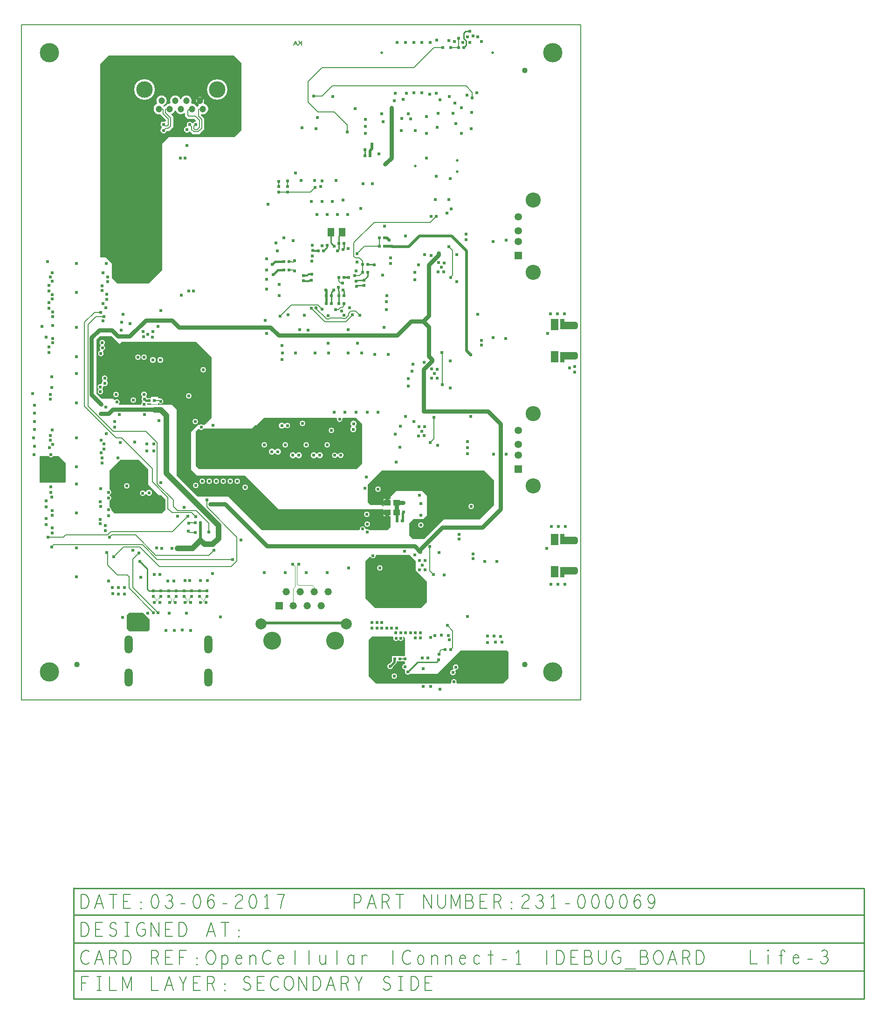
<source format=gbr>
G04 ================== begin FILE IDENTIFICATION RECORD ==================*
G04 Layout Name:  OC_Connect-1_DEBUG_Life-3.brd*
G04 Film Name:    L6.gbr*
G04 File Format:  Gerber RS274X*
G04 File Origin:  Cadence Allegro 16.6-2015-S065*
G04 Origin Date:  Mon Mar 06 16:55:42 2017*
G04 *
G04 Layer:  DRAWING FORMAT/L6*
G04 Layer:  VIA CLASS/BOTTOM*
G04 Layer:  PIN/BOTTOM*
G04 Layer:  ETCH/BOTTOM*
G04 Layer:  DRAWING FORMAT/FILM_LABEL_OUTLINE*
G04 Layer:  BOARD GEOMETRY/OUTLINE*
G04 *
G04 Offset:    (0.000 0.000)*
G04 Mirror:    No*
G04 Mode:      Positive*
G04 Rotation:  0*
G04 FullContactRelief:  No*
G04 UndefLineWidth:     6.000*
G04 ================== end FILE IDENTIFICATION RECORD ====================*
%FSLAX25Y25*MOIN*%
%IR0*IPPOS*OFA0.00000B0.00000*MIA0B0*SFA1.00000B1.00000*%
%AMMACRO28*
4,1,23,-.062008,.035925,
.050071,.035925,
.052666,.035031,
.055067,.0337,
.0572,.031973,
.059001,.029901,
.060415,.027548,
.061398,.024985,
.061922,.022291,
.062008,.020645,
.062008,.000397,
.061769,-.002338,
.061058,-.004989,
.059898,-.007477,
.058324,-.009726,
.056383,-.011667,
.054134,-.013242,
.051646,-.014402,
.048995,-.015112,
.047984,-.015257,
-.034449,-.015257,
-.034449,-.035926,
-.062008,-.035926,
-.062008,.035925,
0.0*
%
%ADD28MACRO28*%
%ADD14O,.059X.13*%
%AMMACRO32*
4,1,23,-.062008,-.035926,
.050071,-.035926,
.052666,-.035032,
.055067,-.033701,
.0572,-.031974,
.059001,-.029902,
.060415,-.027549,
.061398,-.024986,
.061922,-.022292,
.062008,-.020646,
.062008,-.000398,
.061769,.002337,
.061058,.004988,
.059898,.007476,
.058324,.009725,
.056383,.011666,
.054134,.013241,
.051646,.014401,
.048995,.015111,
.047984,.015256,
-.034449,.015256,
-.034449,.035925,
-.062008,.035925,
-.062008,-.035926,
0.0*
%
%ADD32MACRO32*%
%ADD31C,.108*%
%ADD21C,.128*%
%ADD17C,.11811*%
%ADD12C,.000012*%
%ADD10C,.137795*%
%ADD11C,.04*%
%ADD13C,.024*%
%ADD23R,.051X.059*%
%ADD19C,.052*%
%ADD30C,.053*%
%ADD15R,.021X.021*%
%ADD18R,.052X.052*%
%ADD29R,.053X.053*%
%ADD20C,.079*%
%ADD16C,.047244*%
%ADD24C,.01969*%
%ADD22R,.045276X.043307*%
%ADD25C,.019685*%
%ADD26R,.019685X.023622*%
%ADD27R,.055118X.07874*%
%ADD33C,.006*%
%ADD34C,.008*%
%ADD35C,.0055*%
%ADD36C,.00445*%
%ADD37C,.01*%
%ADD38C,.02*%
%ADD39C,.012*%
%ADD40C,.03*%
%ADD41C,.015*%
%ADD42C,.025*%
%ADD43C,.018*%
%ADD46C,.146114*%
%ADD47C,.148114*%
%ADD44C,.040004*%
%ADD45C,.044004*%
G75*
%LPD*%
G75*
G36*
G01X26500Y174400D02*
X31500Y169400D01*
Y156000D01*
X31000Y155500D01*
X13000D01*
Y174000D01*
X13400Y174400D01*
X19253D01*
G03X22747I1747J975D01*
G01X26500D01*
G37*
G36*
G01X92538Y212150D02*
Y211450D01*
X97638D01*
Y212225D01*
X97956D01*
X98016Y212159D01*
G03X100147Y215393I1484J1341D01*
G01X100103Y215408D01*
X99735Y215775D01*
X97638D01*
Y216550D01*
X92538D01*
Y215850D01*
X89672D01*
G03X89142Y216600I-1854J-750D01*
G02X89109Y217166I265J300D01*
G03X86294Y217001I-1491J1334D01*
G02X86328Y216434I-265J-300D01*
G03X86454Y213637I1491J-1334D01*
G02X86438Y213037I-273J-293D01*
G03X85720Y211417I1280J-1537D01*
G02X85320Y211000I-400J-17D01*
G01X70000D01*
X69518Y211482D01*
X69652Y211624D01*
G03X66824Y214451I-1451J1376D01*
G01X66683Y214318D01*
X65750Y215250D01*
X57253D01*
X53500Y219003D01*
Y257500D01*
X56000Y260000D01*
X64500D01*
X70000Y254500D01*
X71500Y256000D01*
X125000D01*
X136000Y245000D01*
Y201750D01*
X131000Y196750D01*
X129469D01*
G03X127531I-969J-1750D01*
G01X126250D01*
X121200Y191700D01*
Y164800D01*
X125500Y160500D01*
X159900D01*
X184100Y136300D01*
X258890D01*
Y131334D01*
X264100D01*
Y123800D01*
X261800Y121500D01*
X248678D01*
G03X246554Y121976I-1429J-1400D01*
G02X246016Y122331I-139J375D01*
G03X242037Y121955I-1998J-99D01*
G02X241641Y121500I-396J-55D01*
G01X172000D01*
X148000Y145500D01*
X126000D01*
X111000Y160500D01*
Y207500D01*
X107500Y211000D01*
X100950D01*
X95187Y211000D01*
G03X95151Y211000I2J-3500D01*
G01X90116D01*
G02X89717Y211417I0J400D01*
G03X89707Y211708I-1998J83D01*
G02X90105Y212150I398J42D01*
G01X92538D01*
G37*
G36*
G01X91000Y297700D02*
X68500D01*
X64500Y301700D01*
Y312000D01*
X60000Y316500D01*
X56350D01*
Y454840D01*
X62168Y460659D01*
X152033D01*
X157250Y455441D01*
Y407500D01*
X152250Y402500D01*
X105500D01*
X100650Y397650D01*
Y307350D01*
X91000Y297700D01*
G37*
G36*
G01X90418Y48900D02*
X77218D01*
X75318Y50800D01*
Y60800D01*
X77018Y62500D01*
X86718D01*
X91618Y57600D01*
Y50100D01*
X90418Y48900D01*
G37*
G36*
G01X63000Y142545D02*
G03Y146215I-796J1835D01*
G01Y146685D01*
G03Y150355I-796J1835D01*
G01Y163900D01*
X70800Y171700D01*
X83800D01*
X90500Y165000D01*
Y154000D01*
X98000Y146500D01*
X100000D01*
X102975Y143525D01*
Y135975D01*
X100500Y133500D01*
X66500D01*
X64202Y135798D01*
X64204Y135883D01*
G03X63000Y137755I-2000J37D01*
G01Y142545D01*
G37*
G36*
G01X239418Y201600D02*
X243718Y197300D01*
Y169000D01*
X239718Y165000D01*
X127000D01*
X124618Y167382D01*
Y191900D01*
X126415Y193697D01*
G02X126998Y193679I283J-283D01*
G03X130306Y194141I1502J1321D01*
G01X164641D01*
X166800Y196300D01*
X167818D01*
X173118Y201600D01*
X225178D01*
G02X225568Y201111I0J-400D01*
G03X229469I1951J-443D01*
G02X229859Y201600I390J89D01*
G01X239418D01*
G37*
G36*
G01X311094Y12339D02*
G03X307342I-1876J693D01*
G02X306967Y11800I-375J-139D01*
G01X293073D01*
G03X292363I-355J-1969D01*
G01X287573D01*
G03X286863I-355J-1969D01*
G01X253318D01*
X248118Y17000D01*
Y42800D01*
X250618Y45300D01*
X265537D01*
G02X265914Y44767I0J-400D01*
G03X269217Y42688I1886J-667D01*
G02X269783I283J-282D01*
G03X272982Y45009I1417J1412D01*
G02X273160Y45300I178J91D01*
G01X273318D01*
X274318Y44300D01*
Y31698D01*
G02X274127Y31498I-200J0D01*
G03X273068Y31137I91J-1998D01*
G02X272455Y31350I-230J327D01*
G01X264998D01*
Y27640D01*
X263349Y25991D01*
X263282Y25982D01*
G03X265532Y23732I268J-1982D01*
G01X265541Y23799D01*
X268300Y26558D01*
Y27650D01*
X272455D01*
G02X273068Y27863I383J-114D01*
G03X274127Y27502I1150J1637D01*
G02X274318Y27302I-9J-200D01*
G01Y25929D01*
G02X274127Y25730I-200J0D01*
G03Y21733I91J-1998D01*
G02X274318Y21534I-9J-200D01*
G01Y20656D01*
X274309Y20597D01*
X274305Y20583D01*
G03X277647Y18600I1913J-583D01*
G01X297118D01*
X313918Y35400D01*
X347018D01*
X348118Y34300D01*
Y15600D01*
X344318Y11800D01*
X311470D01*
G02X311094Y12339I0J400D01*
G37*
G36*
G01X277700Y103600D02*
X282000Y99300D01*
Y92600D01*
X290018Y84582D01*
Y70200D01*
X285618Y65800D01*
X252818D01*
X245918Y72700D01*
Y99500D01*
X248870Y102452D01*
G02X249514Y102341I283J-283D01*
G03X253321Y103200I1806J859D01*
G02X253721Y103600I400J0D01*
G01X277700D01*
G37*
G36*
G01X247500Y154000D02*
X257500Y164000D01*
X331000D01*
X338000Y157000D01*
Y139500D01*
X327500Y129000D01*
X302000D01*
X288200Y115200D01*
X279700D01*
X277300Y117600D01*
Y126400D01*
X280250Y129350D01*
X287350D01*
X290000Y132000D01*
Y146000D01*
X286500Y149500D01*
X268000D01*
X264000Y145500D01*
Y143666D01*
X258890D01*
Y138500D01*
X258500D01*
X257500Y139500D01*
X249500D01*
X247500Y141500D01*
Y150544D01*
G03Y152456I-1982J956D01*
G01Y154000D01*
G37*
%LPC*%
G75*
G36*
G01X58165Y249100D02*
G02X56224Y249634I-1429J-1400D01*
G03X56408Y250300I-102J387D01*
G02X56574Y253251I1429J1400D01*
G03X56557Y253884I-253J310D01*
G02X58999Y253949I1179J1616D01*
G03X59016Y253316I253J-310D01*
G02X58348Y249766I-1179J-1616D01*
G03X58165Y249100I102J-387D01*
G37*
G36*
G01X54957Y221860D02*
G03X54949Y222423I-289J277D01*
G02X56824Y225793I1401J1427D01*
G03X57316Y226231I95J389D01*
G02X57991Y228102I2184J269D01*
G03X58014Y228661I-274J291D01*
G02X60986I1486J1339D01*
G03X61009Y228102I297J-268D01*
G02X58861Y224395I-1508J-1602D01*
G03X58346Y223985I-116J-383D01*
G02X57793Y222465I-1996J-135D01*
G03X57801Y221902I289J-277D01*
G02X54957Y221860I-1401J-1427D01*
G37*
G36*
G01X127051Y404317D02*
X122545D01*
X120637Y406224D01*
G03X120057Y406208I-283J-283D01*
G02X117928Y409822I-1638J1468D01*
G03X118208Y410365I-89J390D01*
G02X122058Y412448I2033J841D01*
G03X122718I330J226D01*
G02X124531Y413406I1816J-1242D01*
G03X124813Y414089I-1J400D01*
G01X123425Y415477D01*
X118831D01*
X116918Y417390D01*
Y419252D01*
G03X116268Y419564I-400J0D01*
G02X110408Y421148I-2350J2938D01*
G03X109660Y421145I-373J-144D01*
G02X107310Y418854I-3616J1357D01*
G03X107159Y418193I131J-378D01*
G01X108487Y416864D01*
Y409659D01*
X105660Y406832D01*
X103926D01*
X103686Y406592D01*
X103672Y406543D01*
G02X100315Y408967I-2114J608D01*
G03Y409627I-226J330D01*
G02X102547Y413408I1242J1816D01*
G03X103127Y413765I180J357D01*
G01Y414644D01*
X99426Y418344D01*
G03X98946Y418719I-400J-17D01*
G02X96642Y426050I-776J3784D01*
G03X96835Y426608I-158J367D01*
G02X101504Y424902I3304J1800D01*
G03X101409Y424607I73J-186D01*
G02X101476Y424499I-3238J-2105D01*
G01X101535Y424403D01*
X101574D01*
X102107Y423870D01*
X102640Y424403D01*
X102680D01*
X102738Y424499D01*
G02X106147Y426364I3306J-1997D01*
G03X106525Y426921I11J400D01*
G02X113540Y429629I3456J1487D01*
G03X114296I378J130D01*
G02X121311Y426921I3559J-1221D01*
G03X121689Y426364I367J-158D01*
G02X125276Y424170I103J-3861D01*
G03X125920Y424060I361J173D01*
G01X126262Y424403D01*
X126302D01*
X126360Y424499D01*
G02X126808Y425100I3306J-1997D01*
G03X126657Y425742I-296J269D01*
G02X130130Y426899I1041J2667D01*
G03X130395Y426296I340J-211D01*
G02X128890Y418719I-729J-3793D01*
G03X128409Y418327I-80J-392D01*
G01Y418073D01*
X130678Y415804D01*
Y407944D01*
X127051Y404317D01*
G37*
G36*
G01X88543Y147022D02*
G02X88423Y148816I-1843J778D01*
G03X89142Y148878I345J203D01*
G02X89263Y147056I2058J-778D01*
G03X88543Y147022I-352J-190D01*
G37*
G36*
G01X188601Y194896D02*
G03X187968Y194861I-303J-261D01*
G02X187903Y197429I-1818J1239D01*
G03X188538Y197426I319J242D01*
G02X188601Y194896I1580J-1226D01*
G37*
G36*
G01X238850Y195741D02*
G03X238824Y195136I248J-314D01*
G02X235955Y195259I-1506J-1604D01*
G03X235981Y195864I-248J314D01*
G02X238850Y195741I1506J1604D01*
G37*
G36*
G01X181523Y176269D02*
G03X180860I-332J-224D01*
G02Y178731I-1824J1231D01*
G03X181523I332J224D01*
G02Y176269I1824J-1231D01*
G37*
G36*
G01X211523Y173669D02*
G03X210860I-332J-224D01*
G02Y176131I-1823J1231D01*
G03X211523I332J224D01*
G02Y173669I1824J-1231D01*
G37*
G36*
G01X196523D02*
G03X195860I-332J-224D01*
G02Y176131I-1823J1231D01*
G03X196523I332J224D01*
G02Y173669I1823J-1231D01*
G37*
G36*
G01X225832Y174019D02*
G02Y175781I-1796J881D01*
G03X226550I359J176D01*
G02Y174019I1796J-881D01*
G03X225832I-359J-176D01*
G37*
G36*
G01X310152Y20860D02*
G02X308591Y21658I-1599J-1202D01*
G03X308919Y22298I8J400D01*
G02X310479Y21500I1599J1202D01*
G03X310152Y20860I-8J-400D01*
G37*
G54D46*
X139784Y436282D03*
G54D47*
X88052D03*
G54D44*
X246950Y132800D03*
X247250Y125700D03*
X160100Y152200D03*
X130000Y236000D03*
X87718Y245200D03*
X124500Y153500D03*
X124218Y199000D03*
X119718Y217500D03*
X134218Y156400D03*
X139218D03*
X144218D03*
X149218D03*
X154218D03*
X129218D03*
X83218Y244900D03*
X67600Y218500D03*
X79950Y214500D03*
X75400Y152900D03*
X218700Y182400D03*
X203700D03*
X188700D03*
X173700D03*
X221618Y192800D03*
X200962Y197700D03*
X266718Y16968D03*
X256436Y94500D03*
X321618Y138400D03*
X254818Y150768D03*
X285618Y125200D03*
G54D45*
X93918Y242932D03*
X99418D03*
%LPD*%
G75*
G54D10*
X20000Y20000D03*
Y462677D03*
X380000Y20000D03*
Y462677D03*
G54D20*
X171226Y54508D03*
X232210D03*
G54D11*
G01X95187Y207500D02*
X99500D01*
X103500Y203500D01*
Y162000D01*
X140818Y124682D01*
Y115500D01*
X136581Y111263D01*
X130924D01*
X128087Y114100D01*
G01D02*
X122287Y108300D01*
X111618D01*
X39718Y25300D03*
X360000D03*
Y450000D03*
G54D30*
X355118Y174942D03*
Y182816D03*
Y192659D03*
Y327642D03*
Y335516D03*
Y345359D03*
G54D12*
X47218Y84875D03*
Y315125D03*
G54D21*
X179218Y42500D03*
X224218D03*
G54D40*
G01X77418Y259900D02*
X69100D01*
X64500Y264500D01*
X55500D01*
X50000Y259000D01*
Y218260D01*
X56945Y211315D01*
G01X56500Y204725D02*
X62225D01*
X65300Y207800D01*
X94887D01*
X95187Y207500D01*
G01X77418Y259900D02*
X89018Y271500D01*
X107500D01*
X112500Y266500D01*
X178000D01*
X183900Y260600D01*
X268518D01*
X278718Y270800D01*
X287118D01*
G01X135000Y140000D02*
X145500D01*
X175500Y110000D01*
X281162D01*
X285018Y106144D01*
G01X268346Y141000D02*
Y134000D01*
G01Y141000D02*
X273000D01*
G01X264500Y423500D02*
Y387500D01*
X260000Y383000D01*
G01X287581Y206500D02*
X333500D01*
X342500Y197500D01*
Y136500D01*
X329500Y123500D01*
X301000D01*
X285018Y107518D01*
Y106144D01*
G01X287581Y206500D02*
Y236496D01*
X293581Y242496D01*
Y243300D01*
G01X287118Y270800D02*
X291118Y266800D01*
Y245763D01*
X293581Y243300D01*
G01X298281Y319300D02*
Y318196D01*
X291118Y311033D01*
Y274800D01*
X287118Y270800D01*
G54D22*
X261653Y141000D03*
X268346D03*
X261653Y134000D03*
X268346D03*
G54D13*
X39218Y88000D03*
Y166750D03*
Y154500D03*
Y133750D03*
Y108750D03*
X21000Y152500D03*
Y148500D03*
X21500Y144875D03*
X22000Y135500D03*
Y132000D03*
Y123000D03*
Y119500D03*
X56300Y141700D03*
X56550Y138450D03*
X56500Y151000D03*
X56300Y129100D03*
X56400Y125900D03*
X9000Y175500D03*
X60000Y120900D03*
X57500Y169500D03*
Y173000D03*
X21000Y168000D03*
X17000D03*
X21000Y171500D03*
X17000D03*
X21000Y175375D03*
X17532Y125480D03*
Y129620D03*
Y142220D03*
Y138080D03*
X21500Y109500D03*
X60100Y124700D03*
X19000Y116500D03*
X39218Y245500D03*
X56736Y247700D03*
X39218Y233250D03*
Y212500D03*
Y187500D03*
X21500Y223500D03*
X22225Y182662D03*
X19787Y180293D03*
X8000Y219000D03*
X60250Y209250D03*
X56350Y223850D03*
X56400Y220475D03*
X57000Y185825D03*
X56876Y176845D03*
X21500Y231000D03*
X22100Y193000D03*
X59500Y226500D03*
Y230000D03*
X56945Y211315D03*
X56500Y204725D03*
X9200Y193300D03*
X20500Y215000D03*
Y218500D03*
X8500Y187500D03*
X9200Y181500D03*
Y199100D03*
Y210600D03*
Y204900D03*
X59000Y179500D03*
X20503Y185594D03*
X20500Y188994D03*
X59000Y183000D03*
X14500Y267000D03*
X39218Y266250D03*
Y291250D03*
Y312000D03*
X22218Y255250D03*
Y258400D03*
Y267850D03*
Y274150D03*
Y277300D03*
X22000Y286625D03*
Y289775D03*
Y299350D03*
X57736Y255500D03*
X57836Y251700D03*
X58218Y270875D03*
Y283475D03*
X60436Y280325D03*
X57736Y292800D03*
X57626Y296198D03*
X58218Y305525D03*
X22000Y305500D03*
X20600Y302375D03*
X19500Y279900D03*
Y283900D03*
Y292500D03*
Y296500D03*
X59037Y274175D03*
X56675Y277175D03*
X18500Y313500D03*
X19500Y248500D03*
Y252500D03*
X60000Y258275D03*
X17500Y259500D03*
X103118Y49659D03*
X109118Y49700D03*
X114918Y50100D03*
X121018Y49659D03*
X72250Y59000D03*
X62218Y85032D03*
X90118Y62100D03*
X85153Y87565D03*
X117918Y62200D03*
X105682Y62000D03*
X94798Y89700D03*
X98938D03*
X104600Y85000D03*
X109034Y85200D03*
X116917Y85299D03*
X120333D03*
X127917D03*
X132800Y85300D03*
X97716Y62390D03*
X94318Y62500D03*
X84518Y51500D03*
X88218Y51600D03*
X79387Y55432D03*
X83318Y59000D03*
X73718Y75700D03*
X73618Y80500D03*
X69318Y75800D03*
X69418Y80500D03*
X65118Y75900D03*
X65100Y80500D03*
X94868Y69650D03*
X99008D03*
X105918Y69700D03*
X110058D03*
X116918D03*
X121058D03*
X127918D03*
X132058D03*
X66000Y102500D03*
X84518Y99000D03*
X129218Y156400D03*
X100387Y108300D03*
X107649D03*
X111618Y131282D03*
X69000Y173000D03*
X99500Y155500D03*
X86700Y147800D03*
X75400Y152900D03*
X116400Y137800D03*
X124500Y153500D03*
X84000Y105000D03*
X61000Y105500D03*
X124500Y131000D03*
X119168Y120750D03*
X119518Y126300D03*
X111618Y108300D03*
X122500Y160500D03*
X128000Y149000D03*
X73500Y166500D03*
X79000Y142500D03*
X100118D03*
X95500Y137500D03*
X96450Y108800D03*
X79500Y107000D03*
X83000Y153500D03*
X73500Y170000D03*
X132500Y143000D03*
X129418Y173000D03*
X62204Y148520D03*
Y135920D03*
Y144380D03*
Y131780D03*
X62800Y116300D03*
X91200Y148100D03*
X119000Y131500D03*
X119718Y217500D03*
X124218Y199000D03*
X87918Y204000D03*
X87718Y211500D03*
X87818Y215100D03*
X83218Y244900D03*
X60500Y190500D03*
X69800Y204200D03*
X70500Y184000D03*
X81000Y184500D03*
X98218Y199740D03*
X128500Y195000D03*
X95187Y207500D03*
X119718Y207000D03*
X99418Y242932D03*
X93918D03*
X87718Y245200D03*
X79950Y214500D03*
X68200Y213000D03*
X87618Y218500D03*
X66500Y195000D03*
Y199000D03*
X67600Y218500D03*
X130000Y236000D03*
X99500Y213500D03*
X89500Y178000D03*
X94500D03*
Y183000D03*
X89500D03*
X93518Y259500D03*
X93818Y263500D03*
X87018D03*
X87118Y259700D03*
X90418Y261500D03*
X114418Y289500D03*
X99500Y278300D03*
X72618Y275800D03*
X60500Y312000D03*
X61000Y286500D03*
Y290000D03*
X61500Y299000D03*
Y302500D03*
X77418Y259900D03*
X71300Y264250D03*
X71600Y270000D03*
X119568Y292450D03*
X122968D03*
X97718Y266900D03*
X77518Y269200D03*
X78518Y306800D03*
X84418Y307100D03*
X89818D03*
X89418Y312500D03*
X84218Y312700D03*
X78418Y312500D03*
X113500Y387500D03*
X117000D03*
X118418Y407677D03*
Y396400D03*
X101557Y411443D03*
X120242Y411206D03*
X101557Y407151D03*
X124534Y411206D03*
X136500Y90500D03*
X142126Y59500D03*
X203700Y91000D03*
X173700D03*
X188700D03*
X194090Y97100D03*
X198400D03*
X151000Y100500D03*
X154218Y156400D03*
X149218D03*
X144218D03*
X139218D03*
X134218D03*
X160100Y152200D03*
X156874Y114500D03*
X134000Y120000D03*
X135000Y140000D03*
X203718Y171900D03*
X188718D03*
X134418Y173000D03*
X154418D03*
X149418D03*
X144418D03*
X139418D03*
X173718Y171900D03*
X194036Y174900D03*
X198346D03*
X137500Y107000D03*
X203700Y182400D03*
X188700D03*
X195961Y247900D03*
X186449D03*
X200962Y197700D03*
X190118Y196200D03*
X173700Y182400D03*
X186150Y196100D03*
X186118Y243500D03*
X137000Y196500D03*
X179036Y177500D03*
X183346D03*
X184150Y289200D03*
X184250Y297200D03*
X175250Y293800D03*
Y300600D03*
Y307400D03*
Y315400D03*
X179835Y303906D03*
X179401Y311265D03*
X195318Y313900D03*
X195118Y306700D03*
X186218Y253400D03*
X202200Y275200D03*
X174400Y271400D03*
X190700Y275500D03*
X175418Y262000D03*
X199018Y264700D03*
X205018Y264500D03*
X185018Y274400D03*
X200000Y371500D03*
X182087Y326700D03*
X194218Y328232D03*
X187718Y330417D03*
X176118Y354500D03*
X182918Y321100D03*
X183900Y370800D03*
X190200Y370900D03*
X196000Y376800D03*
X200500Y409000D03*
X274218Y23732D03*
X266718Y16968D03*
X263550Y24000D03*
X253800Y29500D03*
X257118D03*
X260218D03*
X263550D03*
X274218D03*
X276218Y20000D03*
X256436Y94500D03*
X251320Y103200D03*
X268118Y51500D03*
X254118Y51400D03*
X257618D03*
X261118D03*
X264618Y51500D03*
X250618Y55400D03*
X254118D03*
X274718Y48000D03*
X271218D03*
X267718Y48100D03*
X250618Y51400D03*
X271200Y44100D03*
X257618Y55400D03*
X267800Y44100D03*
X268618Y102000D03*
X267118Y98500D03*
X267850Y93200D03*
Y87700D03*
X271318Y72300D03*
X259318D03*
X253318D03*
X277318Y77300D03*
X271318D03*
X265318D03*
X259318D03*
X253318D03*
X277318Y82300D03*
X271318D03*
X265318D03*
X259318D03*
X253318D03*
X275718Y73100D03*
X256718Y68853D03*
X264718Y70987D03*
X253300Y41000D03*
X268900Y36500D03*
X265718D03*
X262600D03*
X272100D03*
X259500Y41000D03*
X262600D03*
X265718D03*
X256400D03*
X253000Y36300D03*
X256400Y36500D03*
X259500D03*
X234000Y94500D03*
X218700Y91000D03*
X247250Y125700D03*
Y120100D03*
X244018Y122232D03*
X246950Y132800D03*
X267818Y170200D03*
X254818Y150768D03*
X273247Y134484D03*
X274000Y106400D03*
X245518Y151500D03*
X246518Y159500D03*
X218718Y171900D03*
X224036Y174900D03*
X228346D03*
X213346D03*
X209036D03*
X248618Y143800D03*
X273000Y141000D03*
X218700Y182400D03*
X252662Y247000D03*
X233693Y247900D03*
X262174Y247000D03*
X219583Y247900D03*
X210071D03*
X243205D03*
X274518Y202868D03*
X254984Y205604D03*
X247110D03*
X239236D03*
X231362D03*
X223488D03*
X227518Y200668D03*
X276550Y224300D03*
Y229800D03*
X270550Y180800D03*
X267350Y190200D03*
X271018Y195700D03*
X237487Y197468D03*
X221618Y192800D03*
X237318Y193532D03*
X233887Y301900D03*
X260887Y278900D03*
X261249Y288900D03*
X260987Y284700D03*
X258318Y303778D03*
X217718Y293000D03*
X229818Y293100D03*
X239318Y306800D03*
X239618Y295700D03*
X207228Y300038D03*
X207918Y317300D03*
X252218Y311000D03*
X229618Y298100D03*
X219218Y255200D03*
X264018Y312147D03*
Y316152D03*
X240318Y255100D03*
X226518Y294900D03*
X239118Y299300D03*
X239818Y312950D03*
X207718Y304400D03*
X238318Y303500D03*
X230718Y274900D03*
X219218Y274700D03*
X239918Y319000D03*
X259418Y266500D03*
X207768Y313850D03*
X223218Y293000D03*
X224568Y279150D03*
X228950Y278104D03*
X234500Y280500D03*
X233518Y264700D03*
X207118Y280200D03*
X236500Y275500D03*
X210736Y280300D03*
X242018Y274900D03*
X214989Y279471D03*
X215000Y371200D03*
X274618Y331700D03*
X225918Y347168D03*
X218697D03*
X211218Y347200D03*
X222418Y356468D03*
X214918D03*
X207418D03*
X262918Y328700D03*
X259587Y338600D03*
X225918Y321200D03*
X255500Y390500D03*
X244300Y369100D03*
X251000Y369000D03*
X209700Y371400D03*
X224800Y371300D03*
X260000Y383000D03*
X229818Y322100D03*
X208418Y321300D03*
X230018Y357500D03*
X242718Y351500D03*
X233318Y347200D03*
X223613Y324500D03*
X218718Y325200D03*
X214818Y324800D03*
X233518Y322800D03*
X207828Y325190D03*
X265700Y324100D03*
X214000Y367200D03*
X209900Y366500D03*
X257532Y418969D03*
X276468Y419032D03*
X211500Y416500D03*
X210457Y408400D03*
X245500Y393500D03*
X267200Y433700D03*
X275400D03*
X238700Y422800D03*
X258500Y413500D03*
X264500Y423500D03*
X273000Y429500D03*
X208900Y431600D03*
X271500Y407000D03*
X266500Y428500D03*
X246000Y405132D03*
Y410131D03*
X250700Y397300D03*
X246000Y415131D03*
X232800Y406000D03*
X272100Y415600D03*
X222500Y431500D03*
X268698Y470100D03*
X274604D03*
X309218Y13032D03*
X310518Y23500D03*
X290718Y30000D03*
X286718D03*
X287218Y22500D03*
X308552Y19658D03*
X299218Y7647D03*
X292718Y9832D03*
X287218D03*
X341918Y26300D03*
X335718D03*
X330218Y26200D03*
X317918Y26300D03*
X324718Y26600D03*
X298365Y28700D03*
X286518Y96500D03*
X284618Y99700D03*
X288518Y99600D03*
X284518Y93200D03*
X288518Y93100D03*
X305918Y42900D03*
X305218Y46200D03*
X300218Y46500D03*
X295518Y46200D03*
X343518Y41500D03*
X338818Y41400D03*
X333418Y41000D03*
X342618Y45500D03*
X338018Y45700D03*
X333118Y45600D03*
X340100Y99000D03*
X331400D03*
X281718Y44500D03*
X285218D03*
X278218Y48000D03*
X285218D03*
X281718D03*
X318818Y59700D03*
X302218Y89432D03*
X292550Y44542D03*
X283318Y72300D03*
Y77300D03*
Y82300D03*
X294600Y89800D03*
X331918Y31900D03*
X336318Y32100D03*
X342118D03*
X298718Y32816D03*
X304618Y53300D03*
X322818Y100900D03*
X346500Y175700D03*
X337600Y175600D03*
X298518Y105513D03*
X285618Y125200D03*
X284718Y146400D03*
X285518Y140400D03*
X285589Y131916D03*
X281234Y103635D03*
X321618Y138400D03*
X285018Y106144D03*
X292018Y109600D03*
X313038Y118500D03*
X322818Y104300D03*
X313038Y115100D03*
X334596Y145655D03*
X334579Y151155D03*
X285000Y120500D03*
X295318Y233400D03*
X293418Y236600D03*
X297318Y236500D03*
X293400Y229900D03*
X297118Y230200D03*
X287918Y189000D03*
X284100Y188800D03*
X288118Y195300D03*
X284218Y195400D03*
X286118Y192200D03*
X297518Y182032D03*
X318787Y184800D03*
X280018Y240100D03*
X306718Y242469D03*
Y223132D03*
X321318Y202700D03*
X287918Y241500D03*
X280729Y199108D03*
X318918Y176100D03*
Y180400D03*
X293581Y243300D03*
X287581Y206500D03*
X279218Y235200D03*
X300618Y248300D03*
X301018Y225400D03*
X294818Y202200D03*
X292418Y184200D03*
X321318Y246700D03*
X300118Y309400D03*
X298218Y312600D03*
X302118Y312500D03*
X297968Y305900D03*
X301918Y306200D03*
X346400Y258400D03*
X337218Y259100D03*
X326118Y275800D03*
X288418Y318368D03*
X311418Y299132D03*
Y318468D03*
X293018Y317600D03*
X298281Y319300D03*
X281250Y300300D03*
Y305800D03*
X283918Y311200D03*
X329018Y253700D03*
X328918Y257173D03*
X306918Y302200D03*
X346718Y328626D03*
X337168Y327650D03*
X305774Y357800D03*
X295974D03*
X306618Y372700D03*
X296718Y374300D03*
X289718Y387500D03*
X318017Y329199D03*
X317916Y332894D03*
X305718Y324000D03*
X296718Y345800D03*
X307418Y351000D03*
X293056Y345800D03*
X304300Y347900D03*
X310706Y412000D03*
X278437Y415500D03*
X321468Y408532D03*
X289563Y405000D03*
X325776Y434100D03*
X318700Y432500D03*
X299350Y429050D03*
X296600Y433700D03*
X292000Y433000D03*
X286406Y434100D03*
X280500D03*
X289532Y416969D03*
X297294Y409500D03*
X308500Y419500D03*
X322000Y420000D03*
X322400Y430500D03*
X310032Y426800D03*
X306095Y431300D03*
X314500Y405000D03*
Y423500D03*
X281668Y407000D03*
X298000Y419500D03*
X280509Y470100D03*
X286415D03*
X292320D03*
X297100Y471700D03*
X305516Y471484D03*
X315700Y470100D03*
X329000Y470700D03*
X319000Y474000D03*
X322900Y474700D03*
X326300Y473900D03*
X320700Y470200D03*
X320500Y478100D03*
X309700Y470600D03*
X312569Y473100D03*
X388618Y82600D03*
X383618D03*
X378618D03*
X388818Y124100D03*
X378818D03*
X383818D03*
X375618Y108300D03*
X395500Y238500D03*
Y234500D03*
X392000Y237500D03*
X388218Y275900D03*
X378218D03*
X383218D03*
X376118Y261900D03*
G54D31*
X365787Y153013D03*
Y204746D03*
Y305713D03*
Y357446D03*
G54D41*
G01X263550Y24000D02*
X266750Y27200D01*
Y29402D01*
X266848Y29500D01*
G01X273247Y134484D02*
X272468Y133705D01*
Y128098D01*
X272370Y128000D01*
G01X217848Y289000D02*
Y292870D01*
X217718Y293000D01*
G01X217848Y289000D02*
Y283500D01*
G54D23*
X221381Y334400D03*
X229255D03*
G54D32*
X391479Y114965D03*
Y268565D03*
G54D14*
X133561Y16103D03*
X76475D03*
X133561Y39567D03*
X76475D03*
G54D42*
G01X261653Y131134D02*
Y134000D01*
G01X258690D02*
X261653D01*
G01Y141000D02*
Y143866D01*
G01X258690Y141000D02*
X261653D01*
G54D33*
G01X200200Y468000D02*
Y471000D01*
G01X198300D02*
X200200Y469150D01*
G01X198000Y468000D02*
X199350Y470000D01*
G01X197150Y468000D02*
X195900Y471000D01*
X194650Y468000D01*
G01X195100Y469050D02*
X196700D01*
G01X43093Y-207500D02*
Y-197500D01*
X47843D01*
G01X46093Y-202333D02*
X43093D01*
G01X53968Y-197500D02*
X56968D01*
G01X55468D02*
Y-207500D01*
G01X53968D02*
X56968D01*
G01X62968Y-197500D02*
Y-207500D01*
X67968D01*
G01X72218D02*
Y-197500D01*
X75468Y-205833D01*
X78718Y-197500D01*
Y-207500D01*
G01X92968Y-197500D02*
Y-207500D01*
X97968D01*
G01X102343D02*
X105468Y-197500D01*
X108593Y-207500D01*
G01X107468Y-204000D02*
X103468D01*
G01X115468Y-207500D02*
Y-203000D01*
X112968Y-197500D01*
G01X117968D02*
X115468Y-203000D01*
G01X127968Y-207500D02*
X122968D01*
Y-197500D01*
X127968D01*
G01X125968Y-202333D02*
X122968D01*
G01X132968Y-207500D02*
Y-197500D01*
X136093D01*
X137093Y-198000D01*
X137718Y-198667D01*
X137968Y-200000D01*
X137718Y-201333D01*
X136968Y-202167D01*
X136093Y-202667D01*
X132968D01*
G01X136093D02*
X137968Y-207500D01*
G01X145468Y-207833D02*
X145218Y-207667D01*
Y-207333D01*
X145468Y-207167D01*
X145718Y-207333D01*
Y-207667D01*
X145468Y-207833D01*
G01Y-203334D02*
X145218Y-203167D01*
Y-202833D01*
X145468Y-202667D01*
X145718Y-202833D01*
Y-203167D01*
X145468Y-203334D01*
G01X48218Y-179834D02*
X47468Y-179333D01*
X46593Y-179000D01*
X45593D01*
X44468Y-179500D01*
X43593Y-180333D01*
X42968Y-181333D01*
X42468Y-183000D01*
X42343Y-184500D01*
X42593Y-186000D01*
X42968Y-187000D01*
X43718Y-188000D01*
X44593Y-188667D01*
X45468Y-189000D01*
X46343D01*
X47218Y-188667D01*
X47968Y-188167D01*
X48593Y-187500D01*
G01X52343Y-189000D02*
X55468Y-179000D01*
X58593Y-189000D01*
G01X57468Y-185500D02*
X53468D01*
G01X62968Y-189000D02*
Y-179000D01*
X66093D01*
X67093Y-179500D01*
X67718Y-180167D01*
X67968Y-181500D01*
X67718Y-182833D01*
X66968Y-183667D01*
X66093Y-184167D01*
X62968D01*
G01X66093D02*
X67968Y-189000D01*
G01X72718D02*
Y-179000D01*
X75218D01*
X76218Y-179500D01*
X76968Y-180167D01*
X77593Y-181166D01*
X78093Y-182334D01*
X78218Y-184000D01*
X78093Y-185667D01*
X77593Y-186834D01*
X76968Y-187834D01*
X76218Y-188500D01*
X75218Y-189000D01*
X72718D01*
G01X92968D02*
Y-179000D01*
X96093D01*
X97093Y-179500D01*
X97718Y-180167D01*
X97968Y-181500D01*
X97718Y-182833D01*
X96968Y-183667D01*
X96093Y-184167D01*
X92968D01*
G01X96093D02*
X97968Y-189000D01*
G01X107968D02*
X102968D01*
Y-179000D01*
X107968D01*
G01X105968Y-183833D02*
X102968D01*
G01X113093Y-189000D02*
Y-179000D01*
X117843D01*
G01X116093Y-183833D02*
X113093D01*
G01X125468Y-189333D02*
X125218Y-189167D01*
Y-188833D01*
X125468Y-188667D01*
X125718Y-188833D01*
Y-189167D01*
X125468Y-189333D01*
G01Y-184834D02*
X125218Y-184667D01*
Y-184333D01*
X125468Y-184167D01*
X125718Y-184333D01*
Y-184667D01*
X125468Y-184834D01*
G01X135468Y-189000D02*
X134468Y-188833D01*
X133593Y-188167D01*
X132843Y-187167D01*
X132343Y-186000D01*
X132093Y-184667D01*
Y-183333D01*
X132343Y-182000D01*
X132843Y-180833D01*
X133593Y-179834D01*
X134468Y-179167D01*
X135468Y-179000D01*
X136468Y-179167D01*
X137343Y-179834D01*
X138093Y-180833D01*
X138593Y-182000D01*
X138843Y-183333D01*
Y-184667D01*
X138593Y-186000D01*
X138093Y-187167D01*
X137343Y-188167D01*
X136468Y-188833D01*
X135468Y-189000D01*
G01X143218Y-192333D02*
Y-182334D01*
G01Y-183833D02*
X143843Y-183000D01*
X144468Y-182500D01*
X145468Y-182334D01*
X146343Y-182500D01*
X147218Y-183333D01*
X147593Y-184500D01*
X147718Y-185667D01*
X147593Y-186834D01*
X147218Y-188000D01*
X146468Y-188667D01*
X145468Y-189000D01*
X144593Y-188833D01*
X143718Y-188334D01*
X143218Y-187667D01*
G01X153593Y-184500D02*
X157593D01*
X157218Y-183333D01*
X156593Y-182667D01*
X155718Y-182334D01*
X154843Y-182500D01*
X154093Y-183000D01*
X153593Y-184167D01*
X153343Y-185167D01*
Y-186167D01*
X153593Y-187167D01*
X154218Y-188167D01*
X154968Y-188833D01*
X155843Y-189000D01*
X156718Y-188667D01*
X157593Y-187667D01*
G01X163343Y-189000D02*
Y-182334D01*
G01Y-184000D02*
X163843Y-183167D01*
X164593Y-182500D01*
X165593Y-182334D01*
X166468Y-182500D01*
X167218Y-183167D01*
X167593Y-184333D01*
Y-189000D01*
G01X178218Y-179834D02*
X177468Y-179333D01*
X176593Y-179000D01*
X175593D01*
X174468Y-179500D01*
X173593Y-180333D01*
X172968Y-181333D01*
X172468Y-183000D01*
X172343Y-184500D01*
X172593Y-186000D01*
X172968Y-187000D01*
X173718Y-188000D01*
X174593Y-188667D01*
X175468Y-189000D01*
X176343D01*
X177218Y-188667D01*
X177968Y-188167D01*
X178593Y-187500D01*
G01X183593Y-184500D02*
X187593D01*
X187218Y-183333D01*
X186593Y-182667D01*
X185718Y-182334D01*
X184843Y-182500D01*
X184093Y-183000D01*
X183593Y-184167D01*
X183343Y-185167D01*
Y-186167D01*
X183593Y-187167D01*
X184218Y-188167D01*
X184968Y-188833D01*
X185843Y-189000D01*
X186718Y-188667D01*
X187593Y-187667D01*
G01X195468Y-189000D02*
Y-179000D01*
G01X205468Y-189000D02*
Y-179000D01*
G01X213343Y-182334D02*
Y-187000D01*
X213843Y-188167D01*
X214593Y-188833D01*
X215468Y-189000D01*
X216343Y-188833D01*
X217093Y-188167D01*
X217593Y-187000D01*
G01Y-189000D02*
Y-182334D01*
G01X225468Y-189000D02*
Y-179000D01*
G01X237718Y-189000D02*
Y-182334D01*
G01Y-183500D02*
X237218Y-182833D01*
X236468Y-182500D01*
X235593Y-182334D01*
X234718Y-182667D01*
X233968Y-183333D01*
X233468Y-184333D01*
X233218Y-185667D01*
X233468Y-187000D01*
X233968Y-188000D01*
X234718Y-188667D01*
X235593Y-189000D01*
X236468Y-188833D01*
X237218Y-188334D01*
X237718Y-187667D01*
G01X243718Y-189000D02*
Y-182334D01*
G01Y-183667D02*
X244343Y-183000D01*
X244968Y-182500D01*
X245843Y-182334D01*
X246468Y-182500D01*
X247218Y-183000D01*
G01X265468Y-189000D02*
Y-179000D01*
G01X278218Y-179834D02*
X277468Y-179333D01*
X276593Y-179000D01*
X275593D01*
X274468Y-179500D01*
X273593Y-180333D01*
X272968Y-181333D01*
X272468Y-183000D01*
X272343Y-184500D01*
X272593Y-186000D01*
X272968Y-187000D01*
X273718Y-188000D01*
X274593Y-188667D01*
X275468Y-189000D01*
X276343D01*
X277218Y-188667D01*
X277968Y-188167D01*
X278593Y-187500D01*
G01X285468Y-189000D02*
X284718Y-188833D01*
X283968Y-188167D01*
X283468Y-187000D01*
X283218Y-185667D01*
X283468Y-184333D01*
X283968Y-183167D01*
X284718Y-182500D01*
X285468Y-182334D01*
X286218Y-182500D01*
X286968Y-183167D01*
X287468Y-184333D01*
X287593Y-185667D01*
X287468Y-187000D01*
X286968Y-188167D01*
X286218Y-188833D01*
X285468Y-189000D01*
G01X293343D02*
Y-182334D01*
G01Y-184000D02*
X293843Y-183167D01*
X294593Y-182500D01*
X295593Y-182334D01*
X296468Y-182500D01*
X297218Y-183167D01*
X297593Y-184333D01*
Y-189000D01*
G01X303343D02*
Y-182334D01*
G01Y-184000D02*
X303843Y-183167D01*
X304593Y-182500D01*
X305593Y-182334D01*
X306468Y-182500D01*
X307218Y-183167D01*
X307593Y-184333D01*
Y-189000D01*
G01X313593Y-184500D02*
X317593D01*
X317218Y-183333D01*
X316593Y-182667D01*
X315718Y-182334D01*
X314843Y-182500D01*
X314093Y-183000D01*
X313593Y-184167D01*
X313343Y-185167D01*
Y-186167D01*
X313593Y-187167D01*
X314218Y-188167D01*
X314968Y-188833D01*
X315843Y-189000D01*
X316718Y-188667D01*
X317593Y-187667D01*
G01X327468Y-183167D02*
X326593Y-182500D01*
X325843Y-182334D01*
X324843Y-182667D01*
X324093Y-183333D01*
X323593Y-184500D01*
X323468Y-185667D01*
X323593Y-186834D01*
X324093Y-187834D01*
X324843Y-188667D01*
X325843Y-189000D01*
X326718Y-188667D01*
X327468Y-188000D01*
G01X335468Y-179000D02*
Y-189000D01*
G01X333718Y-182334D02*
X337218D01*
G01X343843Y-185667D02*
X347093D01*
G01X355468Y-189000D02*
Y-179000D01*
X353968Y-181000D01*
G01Y-189000D02*
X356968D01*
G01X375468D02*
Y-179000D01*
G01X382718Y-189000D02*
Y-179000D01*
X385218D01*
X386218Y-179500D01*
X386968Y-180167D01*
X387593Y-181166D01*
X388093Y-182334D01*
X388218Y-184000D01*
X388093Y-185667D01*
X387593Y-186834D01*
X386968Y-187834D01*
X386218Y-188500D01*
X385218Y-189000D01*
X382718D01*
G01X397968D02*
X392968D01*
Y-179000D01*
X397968D01*
G01X395968Y-183833D02*
X392968D01*
G01X406468Y-183667D02*
X406968Y-183167D01*
X407343Y-182334D01*
X407593Y-181166D01*
X407343Y-180167D01*
X406843Y-179500D01*
X405968Y-179000D01*
X402593D01*
Y-189000D01*
X406718D01*
X407593Y-188334D01*
X408093Y-187333D01*
X408343Y-186167D01*
X408093Y-185000D01*
X407343Y-184000D01*
X406468Y-183667D01*
X402593D01*
G01X412718Y-179000D02*
Y-186167D01*
X413218Y-187667D01*
X414218Y-188667D01*
X415468Y-189000D01*
X416718Y-188667D01*
X417718Y-187667D01*
X418218Y-186167D01*
Y-179000D01*
G01X426218Y-184000D02*
X428718D01*
Y-187000D01*
X427968Y-188000D01*
X427093Y-188667D01*
X425843Y-189000D01*
X424593Y-188667D01*
X423718Y-188000D01*
X422968Y-187000D01*
X422468Y-185833D01*
X422218Y-184500D01*
Y-183333D01*
X422468Y-182334D01*
X422968Y-181166D01*
X423718Y-180167D01*
X424468Y-179500D01*
X425468Y-179000D01*
X426343D01*
X427343Y-179333D01*
X428093Y-180000D01*
G01X431718Y-192333D02*
X439218D01*
G01X446468Y-183667D02*
X446968Y-183167D01*
X447343Y-182334D01*
X447593Y-181166D01*
X447343Y-180167D01*
X446843Y-179500D01*
X445968Y-179000D01*
X442593D01*
Y-189000D01*
X446718D01*
X447593Y-188334D01*
X448093Y-187333D01*
X448343Y-186167D01*
X448093Y-185000D01*
X447343Y-184000D01*
X446468Y-183667D01*
X442593D01*
G01X455468Y-189000D02*
X454468Y-188833D01*
X453593Y-188167D01*
X452843Y-187167D01*
X452343Y-186000D01*
X452093Y-184667D01*
Y-183333D01*
X452343Y-182000D01*
X452843Y-180833D01*
X453593Y-179834D01*
X454468Y-179167D01*
X455468Y-179000D01*
X456468Y-179167D01*
X457343Y-179834D01*
X458093Y-180833D01*
X458593Y-182000D01*
X458843Y-183333D01*
Y-184667D01*
X458593Y-186000D01*
X458093Y-187167D01*
X457343Y-188167D01*
X456468Y-188833D01*
X455468Y-189000D01*
G01X462343D02*
X465468Y-179000D01*
X468593Y-189000D01*
G01X467468Y-185500D02*
X463468D01*
G01X472968Y-189000D02*
Y-179000D01*
X476093D01*
X477093Y-179500D01*
X477718Y-180167D01*
X477968Y-181500D01*
X477718Y-182833D01*
X476968Y-183667D01*
X476093Y-184167D01*
X472968D01*
G01X476093D02*
X477968Y-189000D01*
G01X482718D02*
Y-179000D01*
X485218D01*
X486218Y-179500D01*
X486968Y-180167D01*
X487593Y-181166D01*
X488093Y-182334D01*
X488218Y-184000D01*
X488093Y-185667D01*
X487593Y-186834D01*
X486968Y-187834D01*
X486218Y-188500D01*
X485218Y-189000D01*
X482718D01*
G01X42718Y-149000D02*
Y-139000D01*
X45218D01*
X46218Y-139500D01*
X46968Y-140167D01*
X47593Y-141166D01*
X48093Y-142334D01*
X48218Y-144000D01*
X48093Y-145667D01*
X47593Y-146834D01*
X46968Y-147834D01*
X46218Y-148500D01*
X45218Y-149000D01*
X42718D01*
G01X52343D02*
X55468Y-139000D01*
X58593Y-149000D01*
G01X57468Y-145500D02*
X53468D01*
G01X65468Y-139000D02*
Y-149000D01*
G01X62593Y-139000D02*
X68343D01*
G01X77968Y-149000D02*
X72968D01*
Y-139000D01*
X77968D01*
G01X75968Y-143833D02*
X72968D01*
G01X85468Y-149333D02*
X85218Y-149167D01*
Y-148833D01*
X85468Y-148667D01*
X85718Y-148833D01*
Y-149167D01*
X85468Y-149333D01*
G01Y-144834D02*
X85218Y-144667D01*
Y-144333D01*
X85468Y-144167D01*
X85718Y-144333D01*
Y-144667D01*
X85468Y-144834D01*
G01X95468Y-139000D02*
X94468Y-139333D01*
X93718Y-140167D01*
X93218Y-141166D01*
X92843Y-142500D01*
X92718Y-144000D01*
X92843Y-145500D01*
X93218Y-146834D01*
X93718Y-147834D01*
X94468Y-148667D01*
X95468Y-149000D01*
X96468Y-148667D01*
X97218Y-147834D01*
X97718Y-146834D01*
X98093Y-145500D01*
X98218Y-144000D01*
X98093Y-142500D01*
X97718Y-141166D01*
X97218Y-140167D01*
X96468Y-139333D01*
X95468Y-139000D01*
G01X102718Y-147000D02*
X103468Y-148167D01*
X104468Y-148833D01*
X105593Y-149000D01*
X106593Y-148833D01*
X107593Y-148000D01*
X108218Y-147000D01*
X108343Y-146000D01*
X108093Y-144834D01*
X107218Y-144000D01*
X106343Y-143667D01*
X105218D01*
G01X106343D02*
X107093Y-143167D01*
X107718Y-142334D01*
X107968Y-141333D01*
X107718Y-140333D01*
X107093Y-139500D01*
X105968Y-139000D01*
X104843Y-139167D01*
X103718Y-139834D01*
G01X113843Y-145667D02*
X117093D01*
G01X125468Y-139000D02*
X124468Y-139333D01*
X123718Y-140167D01*
X123218Y-141166D01*
X122843Y-142500D01*
X122718Y-144000D01*
X122843Y-145500D01*
X123218Y-146834D01*
X123718Y-147834D01*
X124468Y-148667D01*
X125468Y-149000D01*
X126468Y-148667D01*
X127218Y-147834D01*
X127718Y-146834D01*
X128093Y-145500D01*
X128218Y-144000D01*
X128093Y-142500D01*
X127718Y-141166D01*
X127218Y-140167D01*
X126468Y-139333D01*
X125468Y-139000D01*
G01X133093Y-144834D02*
X133968Y-143667D01*
X134718Y-143000D01*
X135718Y-142667D01*
X136593Y-143000D01*
X137218Y-143667D01*
X137718Y-144667D01*
X137843Y-145833D01*
X137718Y-146834D01*
X137218Y-147834D01*
X136468Y-148667D01*
X135593Y-149000D01*
X134593Y-148667D01*
X133718Y-147667D01*
X133218Y-146167D01*
X133093Y-144500D01*
X133343Y-142334D01*
X133718Y-141166D01*
X134343Y-140000D01*
X135218Y-139167D01*
X136093Y-139000D01*
X136968Y-139333D01*
X137593Y-140167D01*
G01X143843Y-145667D02*
X147093D01*
G01X153093Y-140667D02*
X153843Y-139667D01*
X154718Y-139167D01*
X155718Y-139000D01*
X156968Y-139333D01*
X157843Y-140167D01*
X158093Y-141166D01*
X157968Y-142167D01*
X157468Y-143000D01*
X154968Y-144667D01*
X153843Y-145833D01*
X153093Y-147500D01*
X152843Y-149000D01*
X158093D01*
G01X165468Y-139000D02*
X164468Y-139333D01*
X163718Y-140167D01*
X163218Y-141166D01*
X162843Y-142500D01*
X162718Y-144000D01*
X162843Y-145500D01*
X163218Y-146834D01*
X163718Y-147834D01*
X164468Y-148667D01*
X165468Y-149000D01*
X166468Y-148667D01*
X167218Y-147834D01*
X167718Y-146834D01*
X168093Y-145500D01*
X168218Y-144000D01*
X168093Y-142500D01*
X167718Y-141166D01*
X167218Y-140167D01*
X166468Y-139333D01*
X165468Y-139000D01*
G01X175468Y-149000D02*
Y-139000D01*
X173968Y-141000D01*
G01Y-149000D02*
X176968D01*
G01X185218D02*
X185468Y-146834D01*
X185843Y-145000D01*
X186343Y-143333D01*
X186968Y-141500D01*
X187968Y-139000D01*
X182968D01*
G01X42718Y-169000D02*
Y-159000D01*
X45218D01*
X46218Y-159500D01*
X46968Y-160167D01*
X47593Y-161166D01*
X48093Y-162334D01*
X48218Y-164000D01*
X48093Y-165667D01*
X47593Y-166834D01*
X46968Y-167834D01*
X46218Y-168500D01*
X45218Y-169000D01*
X42718D01*
G01X57968D02*
X52968D01*
Y-159000D01*
X57968D01*
G01X55968Y-163833D02*
X52968D01*
G01X62843Y-167667D02*
X63843Y-168500D01*
X64968Y-169000D01*
X65968D01*
X66968Y-168500D01*
X67718Y-167667D01*
X68093Y-166500D01*
X67843Y-165334D01*
X67218Y-164333D01*
X66093Y-163667D01*
X64593Y-163333D01*
X63718Y-162667D01*
X63343Y-161500D01*
X63593Y-160333D01*
X64218Y-159500D01*
X65093Y-159000D01*
X65968D01*
X66843Y-159333D01*
X67593Y-160167D01*
G01X73968Y-159000D02*
X76968D01*
G01X75468D02*
Y-169000D01*
G01X73968D02*
X76968D01*
G01X86218Y-164000D02*
X88718D01*
Y-167000D01*
X87968Y-168000D01*
X87093Y-168667D01*
X85843Y-169000D01*
X84593Y-168667D01*
X83718Y-168000D01*
X82968Y-167000D01*
X82468Y-165833D01*
X82218Y-164500D01*
Y-163333D01*
X82468Y-162334D01*
X82968Y-161166D01*
X83718Y-160167D01*
X84468Y-159500D01*
X85468Y-159000D01*
X86343D01*
X87343Y-159333D01*
X88093Y-160000D01*
G01X92593Y-169000D02*
Y-159000D01*
X98343Y-169000D01*
Y-159000D01*
G01X107968Y-169000D02*
X102968D01*
Y-159000D01*
X107968D01*
G01X105968Y-163833D02*
X102968D01*
G01X112718Y-169000D02*
Y-159000D01*
X115218D01*
X116218Y-159500D01*
X116968Y-160167D01*
X117593Y-161166D01*
X118093Y-162334D01*
X118218Y-164000D01*
X118093Y-165667D01*
X117593Y-166834D01*
X116968Y-167834D01*
X116218Y-168500D01*
X115218Y-169000D01*
X112718D01*
G01X132343D02*
X135468Y-159000D01*
X138593Y-169000D01*
G01X137468Y-165500D02*
X133468D01*
G01X145468Y-159000D02*
Y-169000D01*
G01X142593Y-159000D02*
X148343D01*
G01X155468Y-169333D02*
X155218Y-169167D01*
Y-168833D01*
X155468Y-168667D01*
X155718Y-168833D01*
Y-169167D01*
X155468Y-169333D01*
G01Y-164834D02*
X155218Y-164667D01*
Y-164333D01*
X155468Y-164167D01*
X155718Y-164333D01*
Y-164667D01*
X155468Y-164834D01*
G01X0Y0D02*
X400000D01*
Y482677D01*
X0D01*
Y0D01*
G01X158593Y-206167D02*
X159593Y-207000D01*
X160718Y-207500D01*
X161718D01*
X162718Y-207000D01*
X163468Y-206167D01*
X163843Y-205000D01*
X163593Y-203834D01*
X162968Y-202833D01*
X161843Y-202167D01*
X160343Y-201833D01*
X159468Y-201167D01*
X159093Y-200000D01*
X159343Y-198833D01*
X159968Y-198000D01*
X160843Y-197500D01*
X161718D01*
X162593Y-197833D01*
X163343Y-198667D01*
G01X173718Y-207500D02*
X168718D01*
Y-197500D01*
X173718D01*
G01X171718Y-202333D02*
X168718D01*
G01X183968Y-198334D02*
X183218Y-197833D01*
X182343Y-197500D01*
X181343D01*
X180218Y-198000D01*
X179343Y-198833D01*
X178718Y-199833D01*
X178218Y-201500D01*
X178093Y-203000D01*
X178343Y-204500D01*
X178718Y-205500D01*
X179468Y-206500D01*
X180343Y-207167D01*
X181218Y-207500D01*
X182093D01*
X182968Y-207167D01*
X183718Y-206667D01*
X184343Y-206000D01*
G01X191218Y-207500D02*
X190218Y-207333D01*
X189343Y-206667D01*
X188593Y-205667D01*
X188093Y-204500D01*
X187843Y-203167D01*
Y-201833D01*
X188093Y-200500D01*
X188593Y-199333D01*
X189343Y-198334D01*
X190218Y-197667D01*
X191218Y-197500D01*
X192218Y-197667D01*
X193093Y-198334D01*
X193843Y-199333D01*
X194343Y-200500D01*
X194593Y-201833D01*
Y-203167D01*
X194343Y-204500D01*
X193843Y-205667D01*
X193093Y-206667D01*
X192218Y-207333D01*
X191218Y-207500D01*
G01X198343D02*
Y-197500D01*
X204093Y-207500D01*
Y-197500D01*
G01X208468Y-207500D02*
Y-197500D01*
X210968D01*
X211968Y-198000D01*
X212718Y-198667D01*
X213343Y-199666D01*
X213843Y-200834D01*
X213968Y-202500D01*
X213843Y-204167D01*
X213343Y-205334D01*
X212718Y-206334D01*
X211968Y-207000D01*
X210968Y-207500D01*
X208468D01*
G01X218093D02*
X221218Y-197500D01*
X224343Y-207500D01*
G01X223218Y-204000D02*
X219218D01*
G01X228718Y-207500D02*
Y-197500D01*
X231843D01*
X232843Y-198000D01*
X233468Y-198667D01*
X233718Y-200000D01*
X233468Y-201333D01*
X232718Y-202167D01*
X231843Y-202667D01*
X228718D01*
G01X231843D02*
X233718Y-207500D01*
G01X241218D02*
Y-203000D01*
X238718Y-197500D01*
G01X243718D02*
X241218Y-203000D01*
G01X258593Y-206167D02*
X259593Y-207000D01*
X260718Y-207500D01*
X261718D01*
X262718Y-207000D01*
X263468Y-206167D01*
X263843Y-205000D01*
X263593Y-203834D01*
X262968Y-202833D01*
X261843Y-202167D01*
X260343Y-201833D01*
X259468Y-201167D01*
X259093Y-200000D01*
X259343Y-198833D01*
X259968Y-198000D01*
X260843Y-197500D01*
X261718D01*
X262593Y-197833D01*
X263343Y-198667D01*
G01X269718Y-197500D02*
X272718D01*
G01X271218D02*
Y-207500D01*
G01X269718D02*
X272718D01*
G01X278468D02*
Y-197500D01*
X280968D01*
X281968Y-198000D01*
X282718Y-198667D01*
X283343Y-199666D01*
X283843Y-200834D01*
X283968Y-202500D01*
X283843Y-204167D01*
X283343Y-205334D01*
X282718Y-206334D01*
X281968Y-207000D01*
X280968Y-207500D01*
X278468D01*
G01X293718D02*
X288718D01*
Y-197500D01*
X293718D01*
G01X291718Y-202333D02*
X288718D01*
G01X237968Y-149000D02*
Y-139000D01*
X240968D01*
X241968Y-139500D01*
X242718Y-140667D01*
X242968Y-142000D01*
X242718Y-143333D01*
X242093Y-144333D01*
X240968Y-144834D01*
X237968D01*
G01X247343Y-149000D02*
X250468Y-139000D01*
X253593Y-149000D01*
G01X252468Y-145500D02*
X248468D01*
G01X257968Y-149000D02*
Y-139000D01*
X261093D01*
X262093Y-139500D01*
X262718Y-140167D01*
X262968Y-141500D01*
X262718Y-142833D01*
X261968Y-143667D01*
X261093Y-144167D01*
X257968D01*
G01X261093D02*
X262968Y-149000D01*
G01X270468Y-139000D02*
Y-149000D01*
G01X267593Y-139000D02*
X273343D01*
G01X287593Y-149000D02*
Y-139000D01*
X293343Y-149000D01*
Y-139000D01*
G01X297718D02*
Y-146167D01*
X298218Y-147667D01*
X299218Y-148667D01*
X300468Y-149000D01*
X301718Y-148667D01*
X302718Y-147667D01*
X303218Y-146167D01*
Y-139000D01*
G01X307218Y-149000D02*
Y-139000D01*
X310468Y-147333D01*
X313718Y-139000D01*
Y-149000D01*
G01X321468Y-143667D02*
X321968Y-143167D01*
X322343Y-142334D01*
X322593Y-141166D01*
X322343Y-140167D01*
X321843Y-139500D01*
X320968Y-139000D01*
X317593D01*
Y-149000D01*
X321718D01*
X322593Y-148334D01*
X323093Y-147333D01*
X323343Y-146167D01*
X323093Y-145000D01*
X322343Y-144000D01*
X321468Y-143667D01*
X317593D01*
G01X332968Y-149000D02*
X327968D01*
Y-139000D01*
X332968D01*
G01X330968Y-143833D02*
X327968D01*
G01X337968Y-149000D02*
Y-139000D01*
X341093D01*
X342093Y-139500D01*
X342718Y-140167D01*
X342968Y-141500D01*
X342718Y-142833D01*
X341968Y-143667D01*
X341093Y-144167D01*
X337968D01*
G01X341093D02*
X342968Y-149000D01*
G01X350468Y-149333D02*
X350218Y-149167D01*
Y-148833D01*
X350468Y-148667D01*
X350718Y-148833D01*
Y-149167D01*
X350468Y-149333D01*
G01Y-144834D02*
X350218Y-144667D01*
Y-144333D01*
X350468Y-144167D01*
X350718Y-144333D01*
Y-144667D01*
X350468Y-144834D01*
G01X358093Y-140667D02*
X358843Y-139667D01*
X359718Y-139167D01*
X360718Y-139000D01*
X361968Y-139333D01*
X362843Y-140167D01*
X363093Y-141166D01*
X362968Y-142167D01*
X362468Y-143000D01*
X359968Y-144667D01*
X358843Y-145833D01*
X358093Y-147500D01*
X357843Y-149000D01*
X363093D01*
G01X367718Y-147000D02*
X368468Y-148167D01*
X369468Y-148833D01*
X370593Y-149000D01*
X371593Y-148833D01*
X372593Y-148000D01*
X373218Y-147000D01*
X373343Y-146000D01*
X373093Y-144834D01*
X372218Y-144000D01*
X371343Y-143667D01*
X370218D01*
G01X371343D02*
X372093Y-143167D01*
X372718Y-142334D01*
X372968Y-141333D01*
X372718Y-140333D01*
X372093Y-139500D01*
X370968Y-139000D01*
X369843Y-139167D01*
X368718Y-139834D01*
G01X380468Y-149000D02*
Y-139000D01*
X378968Y-141000D01*
G01Y-149000D02*
X381968D01*
G01X388843Y-145667D02*
X392093D01*
G01X400468Y-139000D02*
X399468Y-139333D01*
X398718Y-140167D01*
X398218Y-141166D01*
X397843Y-142500D01*
X397718Y-144000D01*
X397843Y-145500D01*
X398218Y-146834D01*
X398718Y-147834D01*
X399468Y-148667D01*
X400468Y-149000D01*
X401468Y-148667D01*
X402218Y-147834D01*
X402718Y-146834D01*
X403093Y-145500D01*
X403218Y-144000D01*
X403093Y-142500D01*
X402718Y-141166D01*
X402218Y-140167D01*
X401468Y-139333D01*
X400468Y-139000D01*
G01X410468D02*
X409468Y-139333D01*
X408718Y-140167D01*
X408218Y-141166D01*
X407843Y-142500D01*
X407718Y-144000D01*
X407843Y-145500D01*
X408218Y-146834D01*
X408718Y-147834D01*
X409468Y-148667D01*
X410468Y-149000D01*
X411468Y-148667D01*
X412218Y-147834D01*
X412718Y-146834D01*
X413093Y-145500D01*
X413218Y-144000D01*
X413093Y-142500D01*
X412718Y-141166D01*
X412218Y-140167D01*
X411468Y-139333D01*
X410468Y-139000D01*
G01X420468D02*
X419468Y-139333D01*
X418718Y-140167D01*
X418218Y-141166D01*
X417843Y-142500D01*
X417718Y-144000D01*
X417843Y-145500D01*
X418218Y-146834D01*
X418718Y-147834D01*
X419468Y-148667D01*
X420468Y-149000D01*
X421468Y-148667D01*
X422218Y-147834D01*
X422718Y-146834D01*
X423093Y-145500D01*
X423218Y-144000D01*
X423093Y-142500D01*
X422718Y-141166D01*
X422218Y-140167D01*
X421468Y-139333D01*
X420468Y-139000D01*
G01X430468D02*
X429468Y-139333D01*
X428718Y-140167D01*
X428218Y-141166D01*
X427843Y-142500D01*
X427718Y-144000D01*
X427843Y-145500D01*
X428218Y-146834D01*
X428718Y-147834D01*
X429468Y-148667D01*
X430468Y-149000D01*
X431468Y-148667D01*
X432218Y-147834D01*
X432718Y-146834D01*
X433093Y-145500D01*
X433218Y-144000D01*
X433093Y-142500D01*
X432718Y-141166D01*
X432218Y-140167D01*
X431468Y-139333D01*
X430468Y-139000D01*
G01X438093Y-144834D02*
X438968Y-143667D01*
X439718Y-143000D01*
X440718Y-142667D01*
X441593Y-143000D01*
X442218Y-143667D01*
X442718Y-144667D01*
X442843Y-145833D01*
X442718Y-146834D01*
X442218Y-147834D01*
X441468Y-148667D01*
X440593Y-149000D01*
X439593Y-148667D01*
X438718Y-147667D01*
X438218Y-146167D01*
X438093Y-144500D01*
X438343Y-142334D01*
X438718Y-141166D01*
X439343Y-140000D01*
X440218Y-139167D01*
X441093Y-139000D01*
X441968Y-139333D01*
X442593Y-140167D01*
G01X448343Y-147834D02*
X449218Y-148667D01*
X450218Y-149000D01*
X451218Y-148667D01*
X452093Y-147667D01*
X452718Y-146167D01*
X452968Y-144667D01*
Y-142833D01*
X452718Y-141333D01*
X452093Y-140000D01*
X451343Y-139333D01*
X450468Y-139000D01*
X449468Y-139333D01*
X448718Y-140000D01*
X448218Y-141000D01*
X447968Y-142334D01*
X448218Y-143500D01*
X448843Y-144667D01*
X449593Y-145334D01*
X450468Y-145500D01*
X451468Y-145167D01*
X452218Y-144333D01*
X452968Y-142833D01*
G01X521418Y-178733D02*
Y-188733D01*
X526418D01*
G01X533918Y-182067D02*
Y-188733D01*
G01Y-179400D02*
X533668Y-179234D01*
Y-178900D01*
X533918Y-178733D01*
X534168Y-178900D01*
Y-179234D01*
X533918Y-179400D01*
G01X543168Y-188733D02*
Y-180233D01*
X543418Y-179400D01*
X543918Y-178900D01*
X544668Y-178733D01*
X545418Y-179067D01*
X545793Y-179900D01*
G01X544293Y-182734D02*
X541793D01*
G01X552043Y-184233D02*
X556043D01*
X555668Y-183067D01*
X555043Y-182400D01*
X554168Y-182067D01*
X553293Y-182234D01*
X552543Y-182734D01*
X552043Y-183900D01*
X551793Y-184900D01*
Y-185900D01*
X552043Y-186900D01*
X552668Y-187900D01*
X553418Y-188567D01*
X554293Y-188733D01*
X555168Y-188400D01*
X556043Y-187400D01*
G01X562293Y-185400D02*
X565543D01*
G01X571168Y-186734D02*
X571918Y-187900D01*
X572918Y-188567D01*
X574043Y-188733D01*
X575043Y-188567D01*
X576043Y-187734D01*
X576668Y-186734D01*
X576793Y-185733D01*
X576543Y-184567D01*
X575668Y-183734D01*
X574793Y-183400D01*
X573668D01*
G01X574793D02*
X575543Y-182900D01*
X576168Y-182067D01*
X576418Y-181067D01*
X576168Y-180067D01*
X575543Y-179234D01*
X574418Y-178733D01*
X573293Y-178900D01*
X572168Y-179567D01*
G54D24*
X257591Y462596D03*
X336843D03*
G54D15*
X99618Y77870D03*
Y74130D03*
X94118Y77870D03*
Y74130D03*
X127118Y77870D03*
Y74130D03*
X110618Y77870D03*
Y74130D03*
X105118Y77870D03*
Y74130D03*
X121618Y77870D03*
Y74130D03*
X116118Y77870D03*
Y74130D03*
X124248Y119800D03*
X127988D03*
X124248Y126800D03*
X127988D03*
X91348Y214000D03*
X95088D03*
X132618Y77870D03*
Y74130D03*
X201518Y299561D03*
Y303302D03*
X187448Y313221D03*
X191188D03*
X187448Y307300D03*
X191188D03*
X190300Y363130D03*
Y366870D03*
X183800Y363130D03*
Y366870D03*
X266848Y29500D03*
X270588D03*
X272370Y128000D03*
X268630D03*
X247588Y311400D03*
X243848D03*
X230588Y289000D03*
X226848D03*
X244818Y296430D03*
Y300170D03*
X217848Y283500D03*
X221588D03*
X217848Y289000D03*
X221588D03*
X230588Y283500D03*
X226848D03*
X243848Y305700D03*
X247588D03*
X230588Y301900D03*
X226848D03*
X245630Y389000D03*
X249370D03*
X226848Y326500D03*
X230588D03*
X216088Y321095D03*
X212348D03*
X259588Y324500D03*
X255848D03*
X259588Y330500D03*
X255848D03*
X306788Y35900D03*
X303048D03*
X312530Y466300D03*
X316270D03*
G54D43*
G01X91348Y214000D02*
X88918D01*
X87818Y215100D01*
G01X187448Y313221D02*
X181357D01*
X179401Y311265D01*
G01X187448Y307300D02*
X183229D01*
X179835Y303906D01*
G54D34*
G01X98170Y422502D02*
X100787D01*
X101327Y421962D01*
Y419131D01*
X105027Y415431D01*
Y411092D01*
X104227Y410292D01*
X102708D01*
X101557Y411443D01*
G01X120242Y411206D02*
X121738Y409710D01*
Y407811D01*
X123332Y406217D01*
X126264D01*
X128778Y408731D01*
Y415017D01*
X126509Y417286D01*
Y421962D01*
X127049Y422502D01*
X129666D01*
G01X106044D02*
X103427D01*
X102887Y421962D01*
Y419777D01*
X106587Y416077D01*
Y410446D01*
X104873Y408732D01*
X103138D01*
X101557Y407151D01*
G01X124534Y411206D02*
X123298Y409970D01*
Y408457D01*
X123978Y407777D01*
X125618D01*
X127218Y409377D01*
Y414371D01*
X124212Y417377D01*
X119618D01*
X118818Y418177D01*
Y421477D01*
X119844Y422502D01*
X121792D01*
G54D25*
X311618Y377600D03*
Y385600D03*
X281618Y381600D03*
G54D16*
X109981Y428408D03*
X117855D03*
X100139D03*
X127698D03*
X98170Y422502D03*
X106044D03*
X113918D03*
X121792D03*
X129666D03*
G54D35*
G01X21500Y109500D02*
X23000Y111000D01*
X86500D01*
X97000Y100500D01*
X151000D01*
G01X19000Y116500D02*
X30000D01*
X31600Y118100D01*
X61600D01*
X64000Y120500D01*
X108000D01*
X119000Y131500D01*
G01X134000Y120000D02*
Y126500D01*
X125000Y135500D01*
X111500D01*
X108500Y138500D01*
Y143000D01*
X97000Y154500D01*
Y184000D01*
X89000Y192000D01*
X65500D01*
X47500Y210000D01*
Y268400D01*
X53275Y274175D01*
X59037D01*
G01X56675Y277175D02*
X52175D01*
X45000Y270000D01*
Y210000D01*
X67500Y187500D01*
X71500D01*
X93500Y165500D01*
Y156000D01*
X104750Y144750D01*
Y136750D01*
X107500Y134000D01*
X121500D01*
X124500Y131000D01*
G01X84000Y105000D02*
X79718Y100718D01*
Y80389D01*
X97716Y62390D01*
G01X94318Y62500D02*
X76900Y79918D01*
Y88100D01*
X75500Y89500D01*
X68500D01*
X61500Y96500D01*
Y105000D01*
X61000Y105500D01*
G01X66000Y102500D02*
X73000Y109500D01*
X84500D01*
X98500Y95500D01*
X150000D01*
X154000Y99500D01*
Y116500D01*
X132500Y138000D01*
Y143000D01*
G01X124248Y119800D02*
X120118D01*
X119168Y120750D01*
G01X124248Y126800D02*
X120018D01*
X119518Y126300D01*
G01X137500Y107000D02*
X134000Y103500D01*
X96000D01*
X81500Y118000D01*
X64500D01*
X62800Y116300D01*
G01X95088Y214000D02*
X99000D01*
X99500Y213500D01*
G01X191188Y313221D02*
X193287D01*
X193308Y313200D01*
X194618D01*
X195318Y313900D01*
G01X191188Y307300D02*
X194518D01*
X195118Y306700D01*
G01X185018Y274400D02*
X193060Y282442D01*
X212018D01*
X214989Y279471D01*
G01X183800Y366870D02*
Y370700D01*
X183900Y370800D01*
G01X190300Y366870D02*
Y370800D01*
X190200Y370900D01*
G01X183800Y363130D02*
X190300D01*
G01X209900Y366500D02*
X206530Y363130D01*
X190300D01*
G01X270588Y29500D02*
X274218D01*
G01X226848Y301900D02*
Y299370D01*
X228118Y298100D01*
X229618D01*
G01X243848Y311400D02*
Y305700D01*
G01X238318Y303500D02*
X241648D01*
X243848Y305700D01*
G01X296718Y345800D02*
X292418Y341500D01*
X252218D01*
X237718Y327000D01*
Y317100D01*
X238818Y316000D01*
X241500D01*
X243848Y313652D01*
Y311400D01*
G01X255848Y324500D02*
X245418D01*
X239918Y319000D01*
G01X224568Y279150D02*
X226768D01*
X228418Y280800D01*
X229500D01*
X230588Y281888D01*
Y283500D01*
G01X236500Y275500D02*
Y275050D01*
X235950Y274500D01*
X235918D01*
X231918Y270500D01*
X216818D01*
X207118Y280200D01*
G01X242018Y274900D02*
X238918Y278000D01*
X235500D01*
X234000Y276500D01*
Y275000D01*
X231600Y272600D01*
X229800D01*
X229400Y273000D01*
X220700D01*
X220100Y272400D01*
X218300D01*
X217700Y273000D01*
X217500D01*
X210736Y279764D01*
Y280300D01*
G01X255848Y324500D02*
Y330500D01*
G01X208900Y431600D02*
X215000D01*
X222300Y438900D01*
X318000D01*
X322400Y434500D01*
Y430500D01*
G01X301344Y466300D02*
X294800D01*
X280500Y452000D01*
X215000D01*
X205000Y442000D01*
Y427500D01*
X212000Y420500D01*
X223500D01*
X232800Y411200D01*
Y406000D01*
G01X294600Y89800D02*
X292018Y92382D01*
Y109600D01*
G01X298718Y32816D02*
X299400Y33498D01*
Y35100D01*
X300200Y35900D01*
X303048D01*
G01X304618Y53300D02*
X308418Y49500D01*
Y37530D01*
X306788Y35900D01*
G01X301018Y225400D02*
Y247900D01*
X300618Y248300D01*
G01X294818Y202200D02*
Y186600D01*
X292418Y184200D01*
G01X306918Y302200D02*
X308315Y303597D01*
Y321403D01*
X305718Y324000D01*
G01X312530Y466300D02*
X306856D01*
G01X312569Y473100D02*
Y466339D01*
X312530Y466300D01*
G54D26*
X306856D03*
X301344D03*
G54D17*
X88052Y436282D03*
X139784D03*
G54D36*
G01X94868Y69650D02*
X96118Y70900D01*
Y72130D01*
X94118Y74130D01*
G01X99008Y69650D02*
X97418Y71240D01*
Y71930D01*
X99618Y74130D01*
G01X105918Y69700D02*
X106198D01*
X107218Y70720D01*
Y72030D01*
X105118Y74130D01*
G01X110058Y69700D02*
X109538D01*
X108518Y70720D01*
Y72030D01*
X110618Y74130D01*
G01X116918Y69700D02*
X117924D01*
X118418Y70194D01*
Y71830D01*
X116118Y74130D01*
G01X121058Y69700D02*
X120114D01*
X119718Y70096D01*
Y72230D01*
X121618Y74130D01*
G01X127918Y69700D02*
X129255D01*
X129779Y70224D01*
Y71469D01*
X127118Y74130D01*
G01X132058Y69700D02*
X131538D01*
X131079Y70159D01*
Y72591D01*
X132618Y74130D01*
G01X194218Y67500D02*
Y79618D01*
X195595Y80995D01*
Y95595D01*
X194090Y97100D01*
G01X209218Y77500D02*
Y80693D01*
X208011Y81900D01*
X197800D01*
X196895Y82804D01*
Y95595D01*
X198400Y97100D01*
G54D27*
X381420Y91786D03*
Y114620D03*
Y245386D03*
Y268220D03*
G54D18*
X184218Y67500D03*
G54D37*
G01X37218Y-193700D02*
X602518D01*
G01X37218Y-213700D02*
X602718D01*
Y-134771D01*
G01X37218Y-134300D02*
Y-213700D01*
G01Y-173700D02*
X602718D01*
G01X37218Y-134500D02*
X602718D01*
G01X37218Y-153700D02*
X602618D01*
G01X84518Y99000D02*
X89800Y93718D01*
Y79200D01*
X91130Y77870D01*
X94118D01*
G01X99618D02*
X94118D01*
G01X105118D02*
X99618D01*
G01X110618D02*
X105118D01*
G01X116118D02*
X110618D01*
G01X121618D02*
X116118D01*
G01X127118D02*
X121618D01*
G01X132618D02*
X127118D01*
G01X276218Y20000D02*
X283418Y27200D01*
X296865D01*
X298365Y28700D01*
G01X247588Y311400D02*
X251818D01*
X252218Y311000D01*
G01X244818Y296430D02*
X240348D01*
X239618Y295700D01*
G01X229818Y293100D02*
Y292900D01*
X230687Y292032D01*
Y289098D01*
X230588Y289000D01*
G01X226848D02*
Y283500D01*
G01X244818Y300170D02*
X239988D01*
X239118Y299300D01*
G01X247588Y305700D02*
Y302940D01*
X244818Y300170D01*
G01X226848Y289000D02*
Y292370D01*
X226518Y292700D01*
Y294900D01*
G01X221588Y289000D02*
Y283500D01*
G01X223218Y293000D02*
X221687Y291468D01*
Y289098D01*
X221588Y289000D01*
G01X245500Y393500D02*
X245630Y393370D01*
Y389000D01*
G01X225918Y321200D02*
X226848Y322130D01*
Y326500D01*
G01D02*
Y331630D01*
X229255Y334037D01*
Y334400D01*
G01X229818Y322100D02*
X230588Y322870D01*
Y326500D01*
G01X221381Y334400D02*
Y326732D01*
X223613Y324500D01*
G01X218718Y325200D02*
Y323725D01*
X216088Y321095D01*
G01X320500Y478100D02*
X317700D01*
X316200Y476600D01*
Y472900D01*
X318000Y471100D01*
Y468030D01*
X316270Y466300D01*
G54D19*
X189218Y77500D03*
X194218Y67500D03*
X199218Y77500D03*
X204218Y67500D03*
X209218Y77500D03*
X214218Y67500D03*
X219218Y77500D03*
G54D28*
X391479Y91442D03*
Y245042D03*
G54D38*
G01X127988Y119800D02*
Y114198D01*
X128087Y114100D01*
G01X127988Y126800D02*
Y119800D01*
G01X125332Y426043D02*
X127698Y428408D01*
G01D02*
X130063Y430773D01*
G01X125332D02*
X127698Y428408D01*
G01X171226Y54508D02*
X171818Y55100D01*
X231618D01*
X232210Y54508D01*
G01X268346Y134000D02*
X268532Y133815D01*
Y128098D01*
X268630Y128000D01*
G01X259588Y330500D02*
X261118D01*
X262918Y328700D01*
G01X259588Y324500D02*
X265300D01*
X265700Y324100D01*
G01X321318Y246700D02*
X318318Y249700D01*
Y321000D01*
X307618Y331700D01*
X284500D01*
X276900Y324100D01*
X265700D01*
G01X250700Y397300D02*
Y394100D01*
X249370Y392770D01*
Y389000D01*
G01X334596Y145655D02*
X334579Y145672D01*
G54D29*
X355118Y165100D03*
Y317800D03*
G54D39*
G01X207228Y300038D02*
X206256D01*
X205681Y299463D01*
X201616D01*
X201518Y299561D01*
G01X207718Y304400D02*
X205118D01*
X204118Y303400D01*
X201616D01*
X201518Y303302D01*
G01X230687Y301900D02*
X233887D01*
G01X230687D02*
X230588D01*
G01X212348Y321095D02*
X208623D01*
X208418Y321300D01*
M02*

</source>
